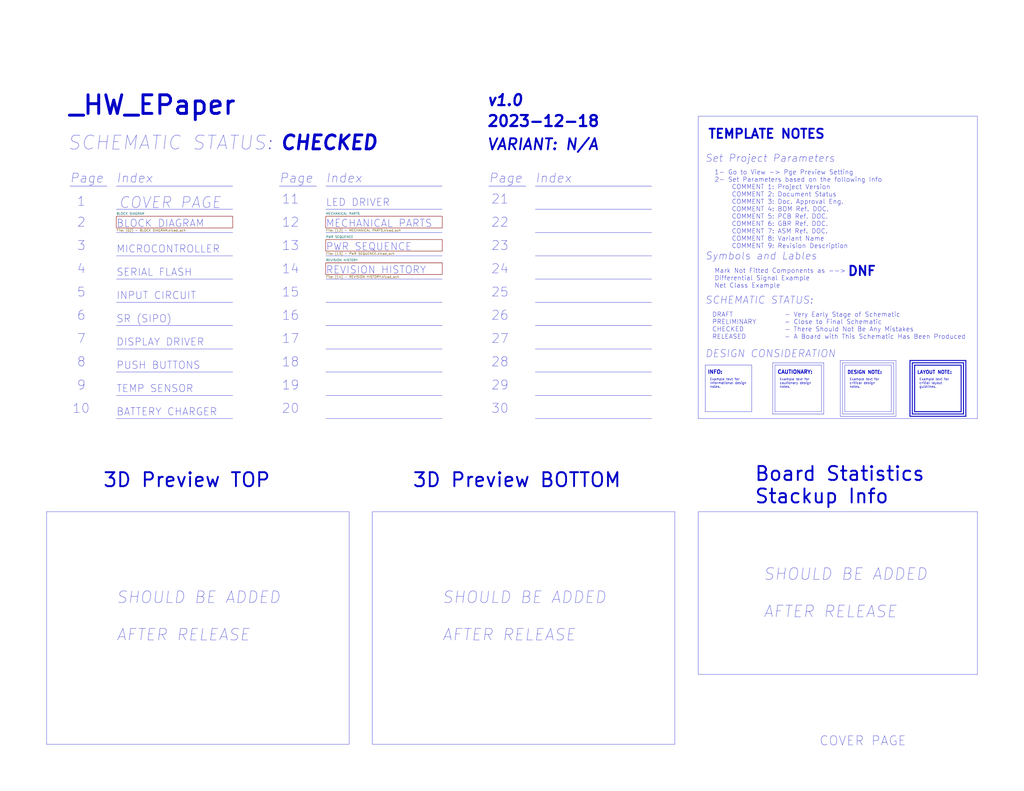
<source format=kicad_sch>
(kicad_sch (version 20230121) (generator eeschema)
  (paper "C")
  (title_block (title "_HW_EPaper") (date "2023-12-18") (rev "v1.0") (company "Mend0z0") (comment 1 "v1.0") (comment 2 "CHECKED") (comment 3 "Siavash Taher Parvar") (comment 4 "_BOM_EPaper.csv") (comment 5 "_HW_EPaper.kicad_pcb") (comment 6 "_GBR_EPaper.zip") (comment 7 "_ASM_EPaper.html") (comment 8 "N/A") (comment 9 "First Release"))
  (lib_symbols)
  (polyline (pts (xy 459.74 198.12) (xy 487.68 198.12)))
  (polyline (pts (xy 486.41 199.39) (xy 486.41 224.79)))
  (polyline (pts (xy 486.41 224.79) (xy 461.01 224.79)))
  (polyline (pts (xy 487.68 198.12) (xy 487.68 226.06)))
  (polyline (pts (xy 448.31 199.39) (xy 448.31 224.79)))
  (polyline (pts (xy 63.5 228.6) (xy 127 228.6)))
  (polyline (pts (xy 63.5 152.4) (xy 127 152.4)))
  (polyline (pts (xy 177.8 215.9) (xy 241.3 215.9)))
  (polyline (pts (xy 384.81 199.39) (xy 384.81 224.79)))
  (polyline (pts (xy 177.8 165.1) (xy 241.3 165.1)))
  (polyline (pts (xy 461.01 199.39) (xy 486.41 199.39)))
  (polyline (pts (xy 292.1 127) (xy 355.6 127)))
  (polyline (pts (xy 499.11 199.39) (xy 524.51 199.39)) (stroke (width 0.5)))
  (polyline (pts (xy 63.5 203.2) (xy 127 203.2)))
  (polyline (pts (xy 63.5 114.3) (xy 127 114.3)))
  (polyline (pts (xy 292.1 177.8) (xy 355.6 177.8)))
  (polyline (pts (xy 496.57 196.85) (xy 527.05 196.85)) (stroke (width 0.5)))
  (polyline (pts (xy 497.84 198.12) (xy 497.84 226.06)) (stroke (width 0.5)))
  (polyline (pts (xy 63.5 101.6) (xy 127 101.6)))
  (polyline (pts (xy 525.78 198.12) (xy 525.78 226.06)) (stroke (width 0.5)))
  (polyline (pts (xy 63.5 215.9) (xy 127 215.9)))
  (polyline (pts (xy 177.8 114.3) (xy 241.3 114.3)))
  (polyline (pts (xy 449.58 198.12) (xy 449.58 226.06)))
  (polyline (pts (xy 177.8 190.5) (xy 241.3 190.5)))
  (polyline (pts (xy 422.91 199.39) (xy 448.31 199.39)))
  (polyline (pts (xy 63.5 177.8) (xy 127 177.8)))
  (polyline (pts (xy 421.64 198.12) (xy 449.58 198.12)))
  (polyline (pts (xy 63.5 165.1) (xy 127 165.1)))
  (polyline (pts (xy 266.7 101.6) (xy 287.02 101.6)))
  (polyline (pts (xy 524.51 199.39) (xy 524.51 224.79)) (stroke (width 0.5)))
  (polyline (pts (xy 458.47 196.85) (xy 458.47 227.33)))
  (polyline (pts (xy 449.58 226.06) (xy 421.64 226.06)))
  (polyline (pts (xy 63.5 127) (xy 127 127)))
  (polyline (pts (xy 152.4 101.6) (xy 172.72 101.6)))
  (polyline (pts (xy 459.74 198.12) (xy 459.74 226.06)))
  (polyline (pts (xy 496.57 227.33) (xy 527.05 227.33)) (stroke (width 0.5)))
  (polyline (pts (xy 421.64 198.12) (xy 421.64 226.06)))
  (polyline (pts (xy 292.1 165.1) (xy 355.6 165.1)))
  (polyline (pts (xy 63.5 190.5) (xy 127 190.5)))
  (polyline (pts (xy 177.8 139.7) (xy 241.3 139.7)))
  (polyline (pts (xy 177.8 152.4) (xy 241.3 152.4)))
  (polyline (pts (xy 177.8 127) (xy 241.3 127)))
  (polyline (pts (xy 292.1 114.3) (xy 355.6 114.3)))
  (polyline (pts (xy 292.1 101.6) (xy 355.6 101.6)))
  (polyline (pts (xy 292.1 139.7) (xy 355.6 139.7)))
  (polyline (pts (xy 38.1 101.6) (xy 58.42 101.6)))
  (polyline (pts (xy 527.05 196.85) (xy 527.05 227.33)) (stroke (width 0.5)))
  (polyline (pts (xy 410.21 224.79) (xy 384.81 224.79)))
  (polyline (pts (xy 525.78 226.06) (xy 497.84 226.06)) (stroke (width 0.5)))
  (polyline (pts (xy 422.91 199.39) (xy 422.91 224.79)))
  (polyline (pts (xy 384.81 199.39) (xy 410.21 199.39)))
  (polyline (pts (xy 292.1 152.4) (xy 355.6 152.4)))
  (polyline (pts (xy 177.8 228.6) (xy 241.3 228.6)))
  (polyline (pts (xy 458.47 227.33) (xy 488.95 227.33)))
  (polyline (pts (xy 448.31 224.79) (xy 422.91 224.79)))
  (polyline (pts (xy 292.1 203.2) (xy 355.6 203.2)))
  (polyline (pts (xy 458.47 196.85) (xy 488.95 196.85)))
  (polyline (pts (xy 292.1 190.5) (xy 355.6 190.5)))
  (polyline (pts (xy 496.57 196.85) (xy 496.57 227.33)) (stroke (width 0.5)))
  (polyline (pts (xy 63.5 139.7) (xy 127 139.7)))
  (polyline (pts (xy 292.1 228.6) (xy 355.6 228.6)))
  (polyline (pts (xy 292.1 215.9) (xy 355.6 215.9)))
  (polyline (pts (xy 487.68 226.06) (xy 459.74 226.06)))
  (polyline (pts (xy 177.8 203.2) (xy 241.3 203.2)))
  (polyline (pts (xy 177.8 101.6) (xy 241.3 101.6)))
  (polyline (pts (xy 488.95 196.85) (xy 488.95 227.33)))
  (polyline (pts (xy 461.01 199.39) (xy 461.01 224.79)))
  (polyline (pts (xy 177.8 177.8) (xy 241.3 177.8)))
  (polyline (pts (xy 497.84 198.12) (xy 525.78 198.12)) (stroke (width 0.5)))
  (polyline (pts (xy 410.21 199.39) (xy 410.21 224.79)))
  (polyline (pts (xy 524.51 224.79) (xy 499.11 224.79)) (stroke (width 0.5)))
  (polyline (pts (xy 499.11 199.39) (xy 499.11 224.79)) (stroke (width 0.5)))
  (rectangle (start 203.2 279.4) (end 368.3 406.4))
  (rectangle (start 381 63.5) (end 533.4 228.6))
  (rectangle (start 25.4 279.4) (end 190.5 406.4))
  (rectangle (start 381 279.4) (end 533.4 368.3))
  (text "SERIAL FLASH" (at 63.5 151.13 0) (effects (font (size 4 4)) (justify left bottom)))
  (text "3D Preview TOP" (at 55.88 266.7 0) (effects (font (size 7.62 7.62) (thickness 1.016) bold) (justify left bottom)))
  (text "23" (at 267.97 137.16 0) (effects (font (size 5 5)) (justify left bottom)))
  (text "REVISION HISTORY" (at 177.8 149.86 0) (effects (font (size 4 4)) (justify left bottom)))
  (text "LAYOUT NOTE:" (at 500.38 204.47 0) (effects (font (size 1.8 1.8) bold) (justify left bottom)))
  (text "11" (at 153.67 111.76 0) (effects (font (size 5 5)) (justify left bottom)))
  (text "4" (at 41.91 149.86 0) (effects (font (size 5 5)) (justify left bottom)))
  (text "13" (at 153.67 137.16 0) (effects (font (size 5 5)) (justify left bottom)))
  (text "1- Go to View -> Pge Preview Setting\n2- Set Parameters based on the following Info\n	COMMENT 1: Project Version\n	COMMENT 2: Document Status\n	COMMENT 3: Doc. Approval Eng.\n	COMMENT 4: BOM Ref. DOC.\n	COMMENT 5: PCB Ref. DOC.\n	COMMENT 6: GBR Ref. DOC.\n	COMMENT 7: ASM Ref. DOC.\n	COMMENT 8: Variant Name\n	COMMENT 9: Revision Description " (at 389.89 135.89 0) (effects (font (size 2.5 2.5)) (justify left bottom)))
  (text "DISPLAY DRIVER" (at 63.5 189.23 0) (effects (font (size 4 4)) (justify left bottom)))
  (text "${ISSUE_DATE}" (at 265.43 69.85 0) (effects (font (size 6 6) bold) (justify left bottom)))
  (text "SR (SIPO)" (at 63.5 176.53 0) (effects (font (size 4 4)) (justify left bottom)))
  (text "14" (at 153.67 149.86 0) (effects (font (size 5 5)) (justify left bottom)))
  (text "28" (at 267.97 200.66 0) (effects (font (size 5 5)) (justify left bottom)))
  (text "10" (at 39.37 226.06 0) (effects (font (size 5 5)) (justify left bottom)))
  (text "SHOULD BE ADDED\n\nAFTER RELEASE" (at 416.56 337.82 0) (effects (font (size 6.35 6.35) italic) (justify left bottom)))
  (text "19" (at 153.67 213.36 0) (effects (font (size 5 5)) (justify left bottom)))
  (text "1" (at 41.91 113.03 0) (effects (font (size 5 5)) (justify left bottom)))
  (text "6" (at 41.91 175.26 0) (effects (font (size 5 5)) (justify left bottom)))
  (text "MICROCONTROLLER" (at 63.5 138.43 0) (effects (font (size 4 4)) (justify left bottom)))
  (text "Example text for\ncritial layout\nguidlines." (at 501.65 212.09 0) (effects (font (size 1.27 1.27)) (justify left bottom)))
  (text "9" (at 41.91 213.36 0) (effects (font (size 5 5)) (justify left bottom)))
  (text "SHOULD BE ADDED\n\nAFTER RELEASE" (at 63.5 350.52 0) (effects (font (size 6.35 6.35) italic) (justify left bottom)))
  (text "INPUT CIRCUIT" (at 63.5 163.83 0) (effects (font (size 4 4)) (justify left bottom)))
  (text "BATTERY CHARGER" (at 63.5 227.33 0) (effects (font (size 4 4)) (justify left bottom)))
  (text "CAUTIONARY:" (at 424.18 204.47 0) (effects (font (size 2 2) bold) (justify left bottom)))
  (text "Index" (at 63.5 100.33 0) (effects (font (size 5 5) italic) (justify left bottom)))
  (text "COVER PAGE" (at 447.04 407.67 0) (effects (font (size 5.08 5.08)) (justify left bottom)))
  (text "17" (at 153.67 187.96 0) (effects (font (size 5 5)) (justify left bottom)))
  (text "Index" (at 292.1 100.33 0) (effects (font (size 5 5) italic) (justify left bottom)))
  (text "COVER PAGE" (at 64.77 114.3 0) (effects (font (size 6 6) italic) (justify left bottom)))
  (text "7" (at 41.91 187.96 0) (effects (font (size 5 5)) (justify left bottom)))
  (text "SCHEMATIC STATUS:" (at 384.81 166.37 0) (effects (font (size 4 4) italic) (justify left bottom)))
  (text "25" (at 267.97 162.56 0) (effects (font (size 5 5)) (justify left bottom)))
  (text "DESIGN NOTE:" (at 462.28 204.47 0) (effects (font (size 1.8 1.8) bold) (justify left bottom)))
  (text "DESIGN CONSIDERATION" (at 384.81 195.58 0) (effects (font (size 4 4) italic) (justify left bottom)))
  (text "DRAFT 			- Very Early Stage of Schematic\nPRELIMINARY 	- Close to Final Schematic\nCHECKED 		- There Should Not Be Any Mistakes\nRELEASED 		- A Board with This Schematic Has Been Produced" (at 388.62 185.42 0) (effects (font (size 2.5 2.5)) (justify left bottom)))
  (text "SCHEMATIC STATUS: " (at 36.83 82.55 0) (effects (font (size 7.62 7.62) italic) (justify left bottom)))
  (text "Symbols and Lables" (at 384.81 142.24 0) (effects (font (size 4 4) italic) (justify left bottom)))
  (text "${TITLE}" (at 36.83 63.5 0) (effects (font (size 10.16 10.16) (thickness 1.6) bold) (justify left bottom)))
  (text "PWR SEQUENCE" (at 177.8 137.16 0) (effects (font (size 4 4)) (justify left bottom)))
  (text "Mark Not Fitted Components as -->\nDifferential Signal Example\nNet Class Example" (at 389.89 157.48 0) (effects (font (size 2.5 2.5)) (justify left bottom)))
  (text "TEMPLATE NOTES" (at 386.08 76.2 0) (effects (font (size 5 5) bold) (justify left bottom)))
  (text "29" (at 267.97 213.36 0) (effects (font (size 5 5)) (justify left bottom)))
  (text "DNF" (at 462.28 151.13 0) (effects (font (size 5.08 5.08) (thickness 1.016) bold) (justify left bottom)))
  (text "8" (at 41.91 200.66 0) (effects (font (size 5 5)) (justify left bottom)))
  (text "16" (at 153.67 175.26 0) (effects (font (size 5 5)) (justify left bottom)))
  (text "3" (at 41.91 137.16 0) (effects (font (size 5 5)) (justify left bottom)))
  (text "3D Preview BOTTOM" (at 224.79 266.7 0) (effects (font (size 7.62 7.62) (thickness 1.016) bold) (justify left bottom)))
  (text "Example text for\ncautionary design\nnotes." (at 425.45 212.09 0) (effects (font (size 1.27 1.27)) (justify left bottom)))
  (text "24" (at 267.97 149.86 0) (effects (font (size 5 5)) (justify left bottom)))
  (text "INFO:" (at 386.08 204.47 0) (effects (font (size 2 2) (thickness 0.4) bold) (justify left bottom)))
  (text "Page" (at 152.4 100.33 0) (effects (font (size 5 5) italic) (justify left bottom)))
  (text "15" (at 153.67 162.56 0) (effects (font (size 5 5)) (justify left bottom)))
  (text "12" (at 153.67 124.46 0) (effects (font (size 5 5)) (justify left bottom)))
  (text "22" (at 267.97 124.46 0) (effects (font (size 5 5)) (justify left bottom)))
  (text "Page" (at 266.7 100.33 0) (effects (font (size 5 5) italic) (justify left bottom)))
  (text "TEMP SENSOR" (at 63.5 214.63 0) (effects (font (size 4 4)) (justify left bottom)))
  (text "30" (at 267.97 226.06 0) (effects (font (size 5 5)) (justify left bottom)))
  (text "${COMMENT2}" (at 152.4 82.55 0) (effects (font (size 7.62 7.62) (thickness 1.524) bold italic) (justify left bottom)))
  (text "26" (at 267.97 175.26 0) (effects (font (size 5 5)) (justify left bottom)))
  (text "${REVISION}" (at 265.43 58.42 0) (effects (font (size 6 6) bold italic) (justify left bottom)))
  (text "21" (at 267.97 111.76 0) (effects (font (size 5 5)) (justify left bottom)))
  (text "Index" (at 177.8 100.33 0) (effects (font (size 5 5) italic) (justify left bottom)))
  (text "2\n" (at 41.91 124.46 0) (effects (font (size 5 5)) (justify left bottom)))
  (text "Example text for\nInformational design\nnotes." (at 387.35 212.09 0) (effects (font (size 1.27 1.27)) (justify left bottom)))
  (text "5" (at 41.91 162.56 0) (effects (font (size 5 5)) (justify left bottom)))
  (text "Set Project Parameters" (at 384.81 88.9 0) (effects (font (size 4 4) italic) (justify left bottom)))
  (text "18" (at 153.67 200.66 0) (effects (font (size 5 5)) (justify left bottom)))
  (text "BLOCK DIAGRAM" (at 63.5 124.46 0) (effects (font (size 4 4)) (justify left bottom)))
  (text "MECHANICAL PARTS" (at 177.8 124.46 0) (effects (font (size 4 4)) (justify left bottom)))
  (text "VARIANT: ${COMMENT8}" (at 265.43 82.55 0) (effects (font (size 6 6) (thickness 1) bold italic) (justify left bottom)))
  (text "27" (at 267.97 187.96 0) (effects (font (size 5 5)) (justify left bottom)))
  (text "SHOULD BE ADDED\n\nAFTER RELEASE" (at 241.3 350.52 0) (effects (font (size 6.35 6.35) italic) (justify left bottom)))
  (text "PUSH BUTTONS" (at 63.5 201.93 0) (effects (font (size 4 4)) (justify left bottom)))
  (text "Board Statistics \nStackup Info" (at 411.48 275.59 0) (effects (font (size 7.62 7.62) (thickness 1.016) bold) (justify left bottom)))
  (text "LED DRIVER" (at 177.8 113.03 0) (effects (font (size 4 4)) (justify left bottom)))
  (text "Example text for\ncritical design \nnotes." (at 463.55 212.09 0) (effects (font (size 1.27 1.27)) (justify left bottom)))
  (text "20" (at 153.67 226.06 0) (effects (font (size 5 5)) (justify left bottom)))
  (text "Page" (at 38.1 100.33 0) (effects (font (size 5 5) italic) (justify left bottom)))
  (sheet (at 177.8 143.51) (size 63.5 6.35) (stroke (width 0.1524))
    (property "Sheetname" "REVISION HISTORY" (at 177.8 142.7984 0) (effects (justify left bottom)))
    (property "Sheetfile" "[14] - REVISION HISTORY.kicad_sch" (at 177.8 150.4446 0) (effects (justify left top)))
  )
  (sheet (at 63.5 118.11) (size 63.5 6.35) (stroke (width 0.1524))
    (property "Sheetname" "BLOCK DIAGRAM" (at 63.5 117.3984 0) (effects (justify left bottom)))
    (property "Sheetfile" "[02] - BLOCK DIAGRAM.kicad_sch" (at 63.5 125.0446 0) (effects (justify left top)))
  )
  (sheet (at 177.8 118.11) (size 63.5 6.35) (stroke (width 0.1524))
    (property "Sheetname" "MECHANICAL PARTS" (at 177.8 117.3984 0) (effects (justify left bottom)))
    (property "Sheetfile" "[12] - MECHANICAL PARTS.kicad_sch" (at 177.8 125.0446 0) (effects (justify left top)))
  )
  (sheet (at 177.8 130.81) (size 63.5 6.35) (stroke (width 0.1524))
    (property "Sheetname" "PWR SEQUENCE" (at 177.8 130.0984 0) (effects (justify left bottom)))
    (property "Sheetfile" "[13] - PWR SEQUENCE.kicad_sch" (at 177.8 137.7446 0) (effects (justify left top)))
  )
)
</source>
